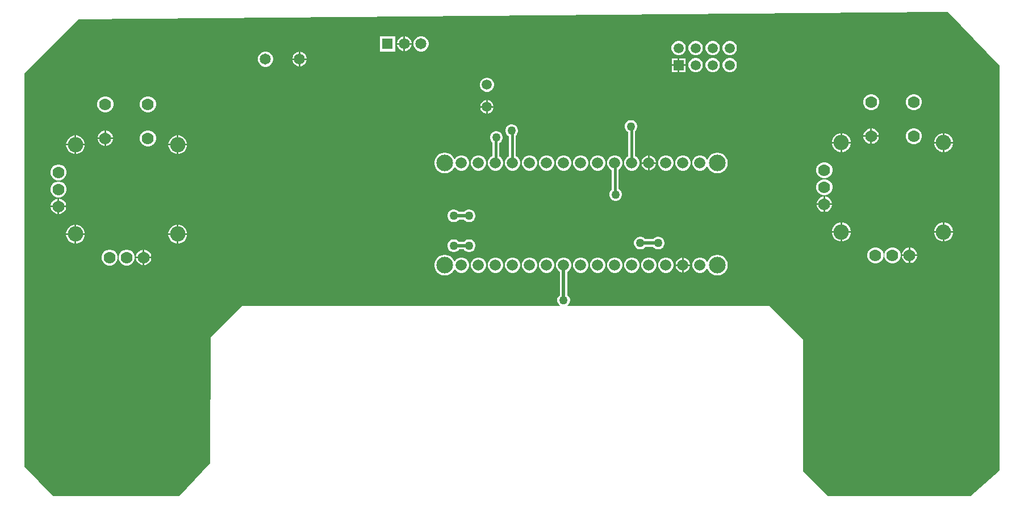
<source format=gbl>
G04*
G04 #@! TF.GenerationSoftware,Altium Limited,Altium Designer,24.0.1 (36)*
G04*
G04 Layer_Physical_Order=2*
G04 Layer_Color=16711680*
%FSLAX44Y44*%
%MOMM*%
G71*
G04*
G04 #@! TF.SameCoordinates,87269C32-D71D-4AF1-8112-4F1BC4A23861*
G04*
G04*
G04 #@! TF.FilePolarity,Positive*
G04*
G01*
G75*
%ADD25C,0.5080*%
%ADD26C,0.3810*%
%ADD27C,1.6500*%
%ADD28R,1.6500X1.6500*%
%ADD29C,1.7780*%
%ADD30C,2.2860*%
%ADD31C,1.5000*%
%ADD32R,1.5000X1.5000*%
%ADD33C,1.6650*%
%ADD34C,2.4750*%
%ADD35C,1.2700*%
G36*
X1494790Y641350D02*
Y38181D01*
X1451021Y0D01*
X1238250Y-0D01*
X1201420Y36830D01*
Y233680D01*
X1151890Y283210D01*
X850488D01*
X850148Y284480D01*
X850321Y284580D01*
X852070Y286329D01*
X853307Y288472D01*
X853948Y290863D01*
Y293337D01*
X853307Y295728D01*
X852070Y297871D01*
X850321Y299620D01*
X850247Y299662D01*
Y334327D01*
X851533Y335069D01*
X853651Y337187D01*
X855148Y339780D01*
X855923Y342673D01*
Y345667D01*
X855148Y348560D01*
X853651Y351153D01*
X851533Y353271D01*
X848940Y354768D01*
X846047Y355543D01*
X843053D01*
X840160Y354768D01*
X837567Y353271D01*
X835449Y351153D01*
X833952Y348560D01*
X833177Y345667D01*
Y342673D01*
X833952Y339780D01*
X835449Y337187D01*
X837567Y335069D01*
X838852Y334327D01*
Y299662D01*
X838780Y299620D01*
X837030Y297871D01*
X835792Y295728D01*
X835152Y293337D01*
Y290863D01*
X835792Y288472D01*
X837030Y286329D01*
X838780Y284580D01*
X838952Y284480D01*
X838612Y283210D01*
X364881D01*
X318810Y237140D01*
X317765Y48994D01*
X272198Y0D01*
X83104D01*
X40640Y43581D01*
X40640Y630081D01*
X121376Y710817D01*
X1405867Y721646D01*
X1417034D01*
X1494790Y641350D01*
D02*
G37*
%LPC*%
G36*
X608480Y685160D02*
X608330D01*
Y675640D01*
X617850D01*
Y675790D01*
X617115Y678535D01*
X615694Y680995D01*
X613685Y683004D01*
X611225Y684425D01*
X608480Y685160D01*
D02*
G37*
G36*
X605790D02*
X605639D01*
X602895Y684425D01*
X600435Y683004D01*
X598426Y680995D01*
X597005Y678535D01*
X596270Y675790D01*
Y675640D01*
X605790D01*
Y685160D01*
D02*
G37*
G36*
X617850Y673100D02*
X608330D01*
Y663580D01*
X608480D01*
X611225Y664315D01*
X613685Y665736D01*
X615694Y667745D01*
X617115Y670205D01*
X617850Y672950D01*
Y673100D01*
D02*
G37*
G36*
X605790D02*
X596270D01*
Y672950D01*
X597005Y670205D01*
X598426Y667745D01*
X600435Y665736D01*
X602895Y664315D01*
X605639Y663580D01*
X605790D01*
Y673100D01*
D02*
G37*
G36*
X633547Y685668D02*
X630573D01*
X627699Y684898D01*
X625123Y683411D01*
X623019Y681307D01*
X621532Y678731D01*
X620762Y675857D01*
Y672883D01*
X621532Y670009D01*
X623019Y667433D01*
X625123Y665329D01*
X627699Y663842D01*
X630573Y663072D01*
X633547D01*
X636421Y663842D01*
X638997Y665329D01*
X641101Y667433D01*
X642588Y670009D01*
X643358Y672883D01*
Y675857D01*
X642588Y678731D01*
X641101Y681307D01*
X638997Y683411D01*
X636421Y684898D01*
X633547Y685668D01*
D02*
G37*
G36*
X593358D02*
X570762D01*
Y663072D01*
X593358D01*
Y685668D01*
D02*
G37*
G36*
X1093589Y678568D02*
X1090811D01*
X1088129Y677849D01*
X1085723Y676460D01*
X1083760Y674497D01*
X1082371Y672091D01*
X1081652Y669409D01*
Y666631D01*
X1082371Y663949D01*
X1083760Y661543D01*
X1085723Y659579D01*
X1088129Y658191D01*
X1090811Y657472D01*
X1093589D01*
X1096271Y658191D01*
X1098677Y659579D01*
X1100640Y661543D01*
X1102029Y663949D01*
X1102748Y666631D01*
Y669409D01*
X1102029Y672091D01*
X1100640Y674497D01*
X1098677Y676460D01*
X1096271Y677849D01*
X1093589Y678568D01*
D02*
G37*
G36*
X1068189D02*
X1065411D01*
X1062729Y677849D01*
X1060323Y676460D01*
X1058360Y674497D01*
X1056971Y672091D01*
X1056252Y669409D01*
Y666631D01*
X1056971Y663949D01*
X1058360Y661543D01*
X1060323Y659579D01*
X1062729Y658191D01*
X1065411Y657472D01*
X1068189D01*
X1070871Y658191D01*
X1073277Y659579D01*
X1075240Y661543D01*
X1076629Y663949D01*
X1077348Y666631D01*
Y669409D01*
X1076629Y672091D01*
X1075240Y674497D01*
X1073277Y676460D01*
X1070871Y677849D01*
X1068189Y678568D01*
D02*
G37*
G36*
X1042789D02*
X1040011D01*
X1037329Y677849D01*
X1034923Y676460D01*
X1032960Y674497D01*
X1031571Y672091D01*
X1030852Y669409D01*
Y666631D01*
X1031571Y663949D01*
X1032960Y661543D01*
X1034923Y659579D01*
X1037329Y658191D01*
X1040011Y657472D01*
X1042789D01*
X1045471Y658191D01*
X1047877Y659579D01*
X1049840Y661543D01*
X1051229Y663949D01*
X1051948Y666631D01*
Y669409D01*
X1051229Y672091D01*
X1049840Y674497D01*
X1047877Y676460D01*
X1045471Y677849D01*
X1042789Y678568D01*
D02*
G37*
G36*
X1017389D02*
X1014611D01*
X1011929Y677849D01*
X1009523Y676460D01*
X1007560Y674497D01*
X1006171Y672091D01*
X1005452Y669409D01*
Y666631D01*
X1006171Y663949D01*
X1007560Y661543D01*
X1009523Y659579D01*
X1011929Y658191D01*
X1014611Y657472D01*
X1017389D01*
X1020071Y658191D01*
X1022477Y659579D01*
X1024441Y661543D01*
X1025829Y663949D01*
X1026548Y666631D01*
Y669409D01*
X1025829Y672091D01*
X1024441Y674497D01*
X1022477Y676460D01*
X1020071Y677849D01*
X1017389Y678568D01*
D02*
G37*
G36*
X452271Y662300D02*
X452120D01*
Y652780D01*
X461640D01*
Y652931D01*
X460905Y655675D01*
X459484Y658135D01*
X457475Y660144D01*
X455015Y661565D01*
X452271Y662300D01*
D02*
G37*
G36*
X449580D02*
X449430D01*
X446685Y661565D01*
X444225Y660144D01*
X442216Y658135D01*
X440795Y655675D01*
X440060Y652931D01*
Y652780D01*
X449580D01*
Y662300D01*
D02*
G37*
G36*
X1026040Y652660D02*
X1017270D01*
Y643890D01*
X1026040D01*
Y652660D01*
D02*
G37*
G36*
X1014730D02*
X1005960D01*
Y643890D01*
X1014730D01*
Y652660D01*
D02*
G37*
G36*
X461640Y650240D02*
X452120D01*
Y640720D01*
X452271D01*
X455015Y641455D01*
X457475Y642876D01*
X459484Y644885D01*
X460905Y647345D01*
X461640Y650089D01*
Y650240D01*
D02*
G37*
G36*
X449580D02*
X440060D01*
Y650089D01*
X440795Y647345D01*
X442216Y644885D01*
X444225Y642876D01*
X446685Y641455D01*
X449430Y640720D01*
X449580D01*
Y650240D01*
D02*
G37*
G36*
X401537Y662808D02*
X398563D01*
X395689Y662038D01*
X393113Y660551D01*
X391009Y658447D01*
X389522Y655871D01*
X388752Y652997D01*
Y650023D01*
X389522Y647149D01*
X391009Y644573D01*
X393113Y642469D01*
X395689Y640982D01*
X398563Y640212D01*
X401537D01*
X404411Y640982D01*
X406987Y642469D01*
X409091Y644573D01*
X410578Y647149D01*
X411348Y650023D01*
Y652997D01*
X410578Y655871D01*
X409091Y658447D01*
X406987Y660551D01*
X404411Y662038D01*
X401537Y662808D01*
D02*
G37*
G36*
X1026040Y641350D02*
X1017270D01*
Y632580D01*
X1026040D01*
Y641350D01*
D02*
G37*
G36*
X1014730D02*
X1005960D01*
Y632580D01*
X1014730D01*
Y641350D01*
D02*
G37*
G36*
X1093589Y653168D02*
X1090811D01*
X1088129Y652449D01*
X1085723Y651060D01*
X1083760Y649097D01*
X1082371Y646691D01*
X1081652Y644009D01*
Y641231D01*
X1082371Y638549D01*
X1083760Y636143D01*
X1085723Y634179D01*
X1088129Y632791D01*
X1090811Y632072D01*
X1093589D01*
X1096271Y632791D01*
X1098677Y634179D01*
X1100640Y636143D01*
X1102029Y638549D01*
X1102748Y641231D01*
Y644009D01*
X1102029Y646691D01*
X1100640Y649097D01*
X1098677Y651060D01*
X1096271Y652449D01*
X1093589Y653168D01*
D02*
G37*
G36*
X1068189D02*
X1065411D01*
X1062729Y652449D01*
X1060323Y651060D01*
X1058360Y649097D01*
X1056971Y646691D01*
X1056252Y644009D01*
Y641231D01*
X1056971Y638549D01*
X1058360Y636143D01*
X1060323Y634179D01*
X1062729Y632791D01*
X1065411Y632072D01*
X1068189D01*
X1070871Y632791D01*
X1073277Y634179D01*
X1075240Y636143D01*
X1076629Y638549D01*
X1077348Y641231D01*
Y644009D01*
X1076629Y646691D01*
X1075240Y649097D01*
X1073277Y651060D01*
X1070871Y652449D01*
X1068189Y653168D01*
D02*
G37*
G36*
X1042789D02*
X1040011D01*
X1037329Y652449D01*
X1034923Y651060D01*
X1032960Y649097D01*
X1031571Y646691D01*
X1030852Y644009D01*
Y641231D01*
X1031571Y638549D01*
X1032960Y636143D01*
X1034923Y634179D01*
X1037329Y632791D01*
X1040011Y632072D01*
X1042789D01*
X1045471Y632791D01*
X1047877Y634179D01*
X1049840Y636143D01*
X1051229Y638549D01*
X1051948Y641231D01*
Y644009D01*
X1051229Y646691D01*
X1049840Y649097D01*
X1047877Y651060D01*
X1045471Y652449D01*
X1042789Y653168D01*
D02*
G37*
G36*
X731639Y623958D02*
X728861D01*
X726179Y623239D01*
X723773Y621851D01*
X721809Y619887D01*
X720421Y617481D01*
X719702Y614799D01*
Y612021D01*
X720421Y609339D01*
X721809Y606933D01*
X723773Y604969D01*
X726179Y603581D01*
X728861Y602862D01*
X731639D01*
X734321Y603581D01*
X736727Y604969D01*
X738690Y606933D01*
X740079Y609339D01*
X740798Y612021D01*
Y614799D01*
X740079Y617481D01*
X738690Y619887D01*
X736727Y621851D01*
X734321Y623239D01*
X731639Y623958D01*
D02*
G37*
G36*
X731572Y590430D02*
X731520D01*
Y581660D01*
X740290D01*
Y581712D01*
X739606Y584265D01*
X738284Y586555D01*
X736415Y588424D01*
X734125Y589746D01*
X731572Y590430D01*
D02*
G37*
G36*
X728980D02*
X728928D01*
X726375Y589746D01*
X724085Y588424D01*
X722216Y586555D01*
X720894Y584265D01*
X720210Y581712D01*
Y581660D01*
X728980D01*
Y590430D01*
D02*
G37*
G36*
X1368092Y599313D02*
X1364948D01*
X1361912Y598499D01*
X1359190Y596928D01*
X1356967Y594705D01*
X1355396Y591983D01*
X1354582Y588947D01*
Y585803D01*
X1355396Y582767D01*
X1356967Y580045D01*
X1359190Y577822D01*
X1361912Y576250D01*
X1364948Y575437D01*
X1368092D01*
X1371128Y576250D01*
X1373850Y577822D01*
X1376073Y580045D01*
X1377645Y582767D01*
X1378458Y585803D01*
Y588947D01*
X1377645Y591983D01*
X1376073Y594705D01*
X1373850Y596928D01*
X1371128Y598499D01*
X1368092Y599313D01*
D02*
G37*
G36*
X1304592D02*
X1301448D01*
X1298412Y598499D01*
X1295690Y596928D01*
X1293467Y594705D01*
X1291895Y591983D01*
X1291082Y588947D01*
Y585803D01*
X1291895Y582767D01*
X1293467Y580045D01*
X1295690Y577822D01*
X1298412Y576250D01*
X1301448Y575437D01*
X1304592D01*
X1307628Y576250D01*
X1310350Y577822D01*
X1312573Y580045D01*
X1314144Y582767D01*
X1314958Y585803D01*
Y588947D01*
X1314144Y591983D01*
X1312573Y594705D01*
X1310350Y596928D01*
X1307628Y598499D01*
X1304592Y599313D01*
D02*
G37*
G36*
X226362Y596138D02*
X223218D01*
X220182Y595325D01*
X217460Y593753D01*
X215237Y591530D01*
X213666Y588808D01*
X212852Y585772D01*
Y582628D01*
X213666Y579592D01*
X215237Y576870D01*
X217460Y574647D01*
X220182Y573075D01*
X223218Y572262D01*
X226362D01*
X229398Y573075D01*
X232120Y574647D01*
X234343Y576870D01*
X235914Y579592D01*
X236728Y582628D01*
Y585772D01*
X235914Y588808D01*
X234343Y591530D01*
X232120Y593753D01*
X229398Y595325D01*
X226362Y596138D01*
D02*
G37*
G36*
X162862D02*
X159718D01*
X156682Y595325D01*
X153960Y593753D01*
X151737Y591530D01*
X150166Y588808D01*
X149352Y585772D01*
Y582628D01*
X150166Y579592D01*
X151737Y576870D01*
X153960Y574647D01*
X156682Y573075D01*
X159718Y572262D01*
X162862D01*
X165898Y573075D01*
X168620Y574647D01*
X170843Y576870D01*
X172414Y579592D01*
X173228Y582628D01*
Y585772D01*
X172414Y588808D01*
X170843Y591530D01*
X168620Y593753D01*
X165898Y595325D01*
X162862Y596138D01*
D02*
G37*
G36*
X740290Y579120D02*
X731520D01*
Y570350D01*
X731572D01*
X734125Y571034D01*
X736415Y572356D01*
X738284Y574225D01*
X739606Y576515D01*
X740290Y579068D01*
Y579120D01*
D02*
G37*
G36*
X728980D02*
X720210D01*
Y579068D01*
X720894Y576515D01*
X722216Y574225D01*
X724085Y572356D01*
X726375Y571034D01*
X728928Y570350D01*
X728980D01*
Y579120D01*
D02*
G37*
G36*
X1304525Y548005D02*
X1304290D01*
Y537845D01*
X1314450D01*
Y538080D01*
X1313671Y540987D01*
X1312166Y543593D01*
X1310038Y545721D01*
X1307432Y547226D01*
X1304525Y548005D01*
D02*
G37*
G36*
X1301750D02*
X1301515D01*
X1298608Y547226D01*
X1296002Y545721D01*
X1293874Y543593D01*
X1292369Y540987D01*
X1291590Y538080D01*
Y537845D01*
X1301750D01*
Y548005D01*
D02*
G37*
G36*
X162795Y544830D02*
X162560D01*
Y534670D01*
X172720D01*
Y534905D01*
X171941Y537812D01*
X170436Y540418D01*
X168308Y542546D01*
X165702Y544051D01*
X162795Y544830D01*
D02*
G37*
G36*
X160020D02*
X159785D01*
X156878Y544051D01*
X154272Y542546D01*
X152144Y540418D01*
X150639Y537812D01*
X149860Y534905D01*
Y534670D01*
X160020D01*
Y544830D01*
D02*
G37*
G36*
X1412809Y541020D02*
X1412240D01*
Y528320D01*
X1424940D01*
Y528889D01*
X1423988Y532442D01*
X1422149Y535628D01*
X1419548Y538229D01*
X1416362Y540068D01*
X1412809Y541020D01*
D02*
G37*
G36*
X1409700D02*
X1409131D01*
X1405578Y540068D01*
X1402392Y538229D01*
X1399791Y535628D01*
X1397952Y532442D01*
X1397000Y528889D01*
Y528320D01*
X1409700D01*
Y541020D01*
D02*
G37*
G36*
X1260409D02*
X1259840D01*
Y528320D01*
X1272540D01*
Y528889D01*
X1271588Y532442D01*
X1269749Y535628D01*
X1267148Y538229D01*
X1263962Y540068D01*
X1260409Y541020D01*
D02*
G37*
G36*
X1257300D02*
X1256731D01*
X1253178Y540068D01*
X1249992Y538229D01*
X1247391Y535628D01*
X1245552Y532442D01*
X1244600Y528889D01*
Y528320D01*
X1257300D01*
Y541020D01*
D02*
G37*
G36*
X1314450Y535305D02*
X1304290D01*
Y525145D01*
X1304525D01*
X1307432Y525924D01*
X1310038Y527429D01*
X1312166Y529557D01*
X1313671Y532163D01*
X1314450Y535070D01*
Y535305D01*
D02*
G37*
G36*
X1301750D02*
X1291590D01*
Y535070D01*
X1292369Y532163D01*
X1293874Y529557D01*
X1296002Y527429D01*
X1298608Y525924D01*
X1301515Y525145D01*
X1301750D01*
Y535305D01*
D02*
G37*
G36*
X271079Y537845D02*
X270510D01*
Y525145D01*
X283210D01*
Y525714D01*
X282258Y529267D01*
X280419Y532453D01*
X277818Y535054D01*
X274632Y536893D01*
X271079Y537845D01*
D02*
G37*
G36*
X267970D02*
X267401D01*
X263848Y536893D01*
X260662Y535054D01*
X258061Y532453D01*
X256222Y529267D01*
X255270Y525714D01*
Y525145D01*
X267970D01*
Y537845D01*
D02*
G37*
G36*
X118679D02*
X118110D01*
Y525145D01*
X130810D01*
Y525714D01*
X129858Y529267D01*
X128019Y532453D01*
X125418Y535054D01*
X122232Y536893D01*
X118679Y537845D01*
D02*
G37*
G36*
X115570D02*
X115001D01*
X111448Y536893D01*
X108262Y535054D01*
X105661Y532453D01*
X103822Y529267D01*
X102870Y525714D01*
Y525145D01*
X115570D01*
Y537845D01*
D02*
G37*
G36*
X1368092Y548513D02*
X1364948D01*
X1361912Y547700D01*
X1359190Y546128D01*
X1356967Y543905D01*
X1355396Y541183D01*
X1354582Y538147D01*
Y535003D01*
X1355396Y531967D01*
X1356967Y529245D01*
X1359190Y527022D01*
X1361912Y525451D01*
X1364948Y524637D01*
X1368092D01*
X1371128Y525451D01*
X1373850Y527022D01*
X1376073Y529245D01*
X1377645Y531967D01*
X1378458Y535003D01*
Y538147D01*
X1377645Y541183D01*
X1376073Y543905D01*
X1373850Y546128D01*
X1371128Y547700D01*
X1368092Y548513D01*
D02*
G37*
G36*
X172720Y532130D02*
X162560D01*
Y521970D01*
X162795D01*
X165702Y522749D01*
X168308Y524254D01*
X170436Y526382D01*
X171941Y528988D01*
X172720Y531895D01*
Y532130D01*
D02*
G37*
G36*
X160020D02*
X149860D01*
Y531895D01*
X150639Y528988D01*
X152144Y526382D01*
X154272Y524254D01*
X156878Y522749D01*
X159785Y521970D01*
X160020D01*
Y532130D01*
D02*
G37*
G36*
X226362Y545338D02*
X223218D01*
X220182Y544524D01*
X217460Y542953D01*
X215237Y540730D01*
X213666Y538008D01*
X212852Y534972D01*
Y531828D01*
X213666Y528792D01*
X215237Y526070D01*
X217460Y523847D01*
X220182Y522276D01*
X223218Y521462D01*
X226362D01*
X229398Y522276D01*
X232120Y523847D01*
X234343Y526070D01*
X235914Y528792D01*
X236728Y531828D01*
Y534972D01*
X235914Y538008D01*
X234343Y540730D01*
X232120Y542953D01*
X229398Y544524D01*
X226362Y545338D01*
D02*
G37*
G36*
X1424940Y525780D02*
X1412240D01*
Y513080D01*
X1412809D01*
X1416362Y514032D01*
X1419548Y515871D01*
X1422149Y518472D01*
X1423988Y521658D01*
X1424940Y525211D01*
Y525780D01*
D02*
G37*
G36*
X1409700D02*
X1397000D01*
Y525211D01*
X1397952Y521658D01*
X1399791Y518472D01*
X1402392Y515871D01*
X1405578Y514032D01*
X1409131Y513080D01*
X1409700D01*
Y525780D01*
D02*
G37*
G36*
X1272540D02*
X1259840D01*
Y513080D01*
X1260409D01*
X1263962Y514032D01*
X1267148Y515871D01*
X1269749Y518472D01*
X1271588Y521658D01*
X1272540Y525211D01*
Y525780D01*
D02*
G37*
G36*
X1257300D02*
X1244600D01*
Y525211D01*
X1245552Y521658D01*
X1247391Y518472D01*
X1249992Y515871D01*
X1253178Y514032D01*
X1256731Y513080D01*
X1257300D01*
Y525780D01*
D02*
G37*
G36*
X283210Y522605D02*
X270510D01*
Y509905D01*
X271079D01*
X274632Y510857D01*
X277818Y512696D01*
X280419Y515297D01*
X282258Y518483D01*
X283210Y522036D01*
Y522605D01*
D02*
G37*
G36*
X267970D02*
X255270D01*
Y522036D01*
X256222Y518483D01*
X258061Y515297D01*
X260662Y512696D01*
X263848Y510857D01*
X267401Y509905D01*
X267970D01*
Y522605D01*
D02*
G37*
G36*
X130810D02*
X118110D01*
Y509905D01*
X118679D01*
X122232Y510857D01*
X125418Y512696D01*
X128019Y515297D01*
X129858Y518483D01*
X130810Y522036D01*
Y522605D01*
D02*
G37*
G36*
X115570D02*
X102870D01*
Y522036D01*
X103822Y518483D01*
X105661Y515297D01*
X108262Y512696D01*
X111448Y510857D01*
X115001Y509905D01*
X115570D01*
Y522605D01*
D02*
G37*
G36*
X1075169Y511993D02*
X1072131D01*
X1069151Y511400D01*
X1066345Y510238D01*
X1063818Y508550D01*
X1061670Y506402D01*
X1059982Y503876D01*
X1059209Y502009D01*
X1057796Y501916D01*
X1056851Y503553D01*
X1054733Y505671D01*
X1052140Y507168D01*
X1049247Y507943D01*
X1046253D01*
X1043360Y507168D01*
X1040767Y505671D01*
X1038649Y503553D01*
X1037152Y500960D01*
X1036377Y498067D01*
Y495073D01*
X1037152Y492180D01*
X1038649Y489587D01*
X1040767Y487469D01*
X1043360Y485972D01*
X1046253Y485197D01*
X1049247D01*
X1052140Y485972D01*
X1054733Y487469D01*
X1056851Y489587D01*
X1057796Y491224D01*
X1059209Y491132D01*
X1059982Y489264D01*
X1061670Y486738D01*
X1063818Y484590D01*
X1066345Y482902D01*
X1069151Y481740D01*
X1072131Y481147D01*
X1075169D01*
X1078149Y481740D01*
X1080956Y482902D01*
X1083482Y484590D01*
X1085630Y486738D01*
X1087318Y489264D01*
X1088480Y492071D01*
X1089073Y495051D01*
Y498089D01*
X1088480Y501069D01*
X1087318Y503876D01*
X1085630Y506402D01*
X1083482Y508550D01*
X1080956Y510238D01*
X1078149Y511400D01*
X1075169Y511993D01*
D02*
G37*
G36*
X972980Y507435D02*
X972820D01*
Y497840D01*
X982415D01*
Y498000D01*
X981675Y500764D01*
X980244Y503241D01*
X978221Y505264D01*
X975744Y506695D01*
X972980Y507435D01*
D02*
G37*
G36*
X970280D02*
X970120D01*
X967356Y506695D01*
X964879Y505264D01*
X962856Y503241D01*
X961425Y500764D01*
X960685Y498000D01*
Y497840D01*
X970280D01*
Y507435D01*
D02*
G37*
G36*
X982415Y495300D02*
X972820D01*
Y485705D01*
X972980D01*
X975744Y486445D01*
X978221Y487876D01*
X980244Y489899D01*
X981675Y492376D01*
X982415Y495140D01*
Y495300D01*
D02*
G37*
G36*
X970280D02*
X960685D01*
Y495140D01*
X961425Y492376D01*
X962856Y489899D01*
X964879Y487876D01*
X967356Y486445D01*
X970120Y485705D01*
X970280D01*
Y495300D01*
D02*
G37*
G36*
X1023847Y507943D02*
X1020853D01*
X1017960Y507168D01*
X1015367Y505671D01*
X1013249Y503553D01*
X1011752Y500960D01*
X1010977Y498067D01*
Y495073D01*
X1011752Y492180D01*
X1013249Y489587D01*
X1015367Y487469D01*
X1017960Y485972D01*
X1020853Y485197D01*
X1023847D01*
X1026740Y485972D01*
X1029333Y487469D01*
X1031451Y489587D01*
X1032948Y492180D01*
X1033723Y495073D01*
Y498067D01*
X1032948Y500960D01*
X1031451Y503553D01*
X1029333Y505671D01*
X1026740Y507168D01*
X1023847Y507943D01*
D02*
G37*
G36*
X998447D02*
X995453D01*
X992560Y507168D01*
X989967Y505671D01*
X987849Y503553D01*
X986352Y500960D01*
X985577Y498067D01*
Y495073D01*
X986352Y492180D01*
X987849Y489587D01*
X989967Y487469D01*
X992560Y485972D01*
X995453Y485197D01*
X998447D01*
X1001340Y485972D01*
X1003933Y487469D01*
X1006051Y489587D01*
X1007548Y492180D01*
X1008323Y495073D01*
Y498067D01*
X1007548Y500960D01*
X1006051Y503553D01*
X1003933Y505671D01*
X1001340Y507168D01*
X998447Y507943D01*
D02*
G37*
G36*
X946117Y560578D02*
X943643D01*
X941253Y559938D01*
X939109Y558700D01*
X937360Y556950D01*
X936123Y554808D01*
X935482Y552417D01*
Y549943D01*
X936123Y547552D01*
X937360Y545410D01*
X939109Y543660D01*
X940465Y542877D01*
Y506420D01*
X939167Y505671D01*
X937049Y503553D01*
X935552Y500960D01*
X934777Y498067D01*
Y495073D01*
X935552Y492180D01*
X937049Y489587D01*
X939167Y487469D01*
X941760Y485972D01*
X944653Y485197D01*
X947647D01*
X950540Y485972D01*
X953133Y487469D01*
X955251Y489587D01*
X956748Y492180D01*
X957523Y495073D01*
Y498067D01*
X956748Y500960D01*
X955251Y503553D01*
X953133Y505671D01*
X950565Y507153D01*
Y543610D01*
X950650Y543660D01*
X952400Y545410D01*
X953637Y547552D01*
X954278Y549943D01*
Y552417D01*
X953637Y554808D01*
X952400Y556950D01*
X950650Y558700D01*
X948508Y559938D01*
X946117Y560578D01*
D02*
G37*
G36*
X896847Y507943D02*
X893853D01*
X890960Y507168D01*
X888367Y505671D01*
X886249Y503553D01*
X884752Y500960D01*
X883977Y498067D01*
Y495073D01*
X884752Y492180D01*
X886249Y489587D01*
X888367Y487469D01*
X890960Y485972D01*
X893853Y485197D01*
X896847D01*
X899740Y485972D01*
X902333Y487469D01*
X904451Y489587D01*
X905948Y492180D01*
X906723Y495073D01*
Y498067D01*
X905948Y500960D01*
X904451Y503553D01*
X902333Y505671D01*
X899740Y507168D01*
X896847Y507943D01*
D02*
G37*
G36*
X871447D02*
X868453D01*
X865560Y507168D01*
X862967Y505671D01*
X860849Y503553D01*
X859352Y500960D01*
X858577Y498067D01*
Y495073D01*
X859352Y492180D01*
X860849Y489587D01*
X862967Y487469D01*
X865560Y485972D01*
X868453Y485197D01*
X871447D01*
X874340Y485972D01*
X876933Y487469D01*
X879051Y489587D01*
X880548Y492180D01*
X881323Y495073D01*
Y498067D01*
X880548Y500960D01*
X879051Y503553D01*
X876933Y505671D01*
X874340Y507168D01*
X871447Y507943D01*
D02*
G37*
G36*
X846047D02*
X843053D01*
X840160Y507168D01*
X837567Y505671D01*
X835449Y503553D01*
X833952Y500960D01*
X833177Y498067D01*
Y495073D01*
X833952Y492180D01*
X835449Y489587D01*
X837567Y487469D01*
X840160Y485972D01*
X843053Y485197D01*
X846047D01*
X848940Y485972D01*
X851533Y487469D01*
X853651Y489587D01*
X855148Y492180D01*
X855923Y495073D01*
Y498067D01*
X855148Y500960D01*
X853651Y503553D01*
X851533Y505671D01*
X848940Y507168D01*
X846047Y507943D01*
D02*
G37*
G36*
X820647D02*
X817653D01*
X814760Y507168D01*
X812167Y505671D01*
X810049Y503553D01*
X808552Y500960D01*
X807777Y498067D01*
Y495073D01*
X808552Y492180D01*
X810049Y489587D01*
X812167Y487469D01*
X814760Y485972D01*
X817653Y485197D01*
X820647D01*
X823540Y485972D01*
X826133Y487469D01*
X828251Y489587D01*
X829748Y492180D01*
X830523Y495073D01*
Y498067D01*
X829748Y500960D01*
X828251Y503553D01*
X826133Y505671D01*
X823540Y507168D01*
X820647Y507943D01*
D02*
G37*
G36*
X795247D02*
X792253D01*
X789360Y507168D01*
X786767Y505671D01*
X784649Y503553D01*
X783152Y500960D01*
X782377Y498067D01*
Y495073D01*
X783152Y492180D01*
X784649Y489587D01*
X786767Y487469D01*
X789360Y485972D01*
X792253Y485197D01*
X795247D01*
X798140Y485972D01*
X800733Y487469D01*
X802851Y489587D01*
X804348Y492180D01*
X805123Y495073D01*
Y498067D01*
X804348Y500960D01*
X802851Y503553D01*
X800733Y505671D01*
X798140Y507168D01*
X795247Y507943D01*
D02*
G37*
G36*
X768317Y554228D02*
X765843D01*
X763453Y553587D01*
X761310Y552350D01*
X759560Y550601D01*
X758323Y548457D01*
X757682Y546067D01*
Y543593D01*
X758323Y541203D01*
X759560Y539059D01*
X761310Y537310D01*
X762665Y536527D01*
Y506420D01*
X761367Y505671D01*
X759249Y503553D01*
X757752Y500960D01*
X756977Y498067D01*
Y495073D01*
X757752Y492180D01*
X759249Y489587D01*
X761367Y487469D01*
X763960Y485972D01*
X766853Y485197D01*
X769847D01*
X772740Y485972D01*
X775333Y487469D01*
X777451Y489587D01*
X778948Y492180D01*
X779723Y495073D01*
Y498067D01*
X778948Y500960D01*
X777451Y503553D01*
X775333Y505671D01*
X772765Y507153D01*
Y537260D01*
X772850Y537310D01*
X774600Y539059D01*
X775837Y541203D01*
X776478Y543593D01*
Y546067D01*
X775837Y548457D01*
X774600Y550601D01*
X772850Y552350D01*
X770707Y553587D01*
X768317Y554228D01*
D02*
G37*
G36*
X745457Y544068D02*
X742983D01*
X740592Y543428D01*
X738449Y542190D01*
X736700Y540440D01*
X735462Y538298D01*
X734822Y535907D01*
Y533433D01*
X735462Y531043D01*
X736700Y528899D01*
X738449Y527150D01*
X738535Y527100D01*
Y507153D01*
X735967Y505671D01*
X733849Y503553D01*
X732352Y500960D01*
X731577Y498067D01*
Y495073D01*
X732352Y492180D01*
X733849Y489587D01*
X735967Y487469D01*
X738560Y485972D01*
X741453Y485197D01*
X744447D01*
X747340Y485972D01*
X749933Y487469D01*
X752051Y489587D01*
X753548Y492180D01*
X754323Y495073D01*
Y498067D01*
X753548Y500960D01*
X752051Y503553D01*
X749933Y505671D01*
X748635Y506420D01*
Y526367D01*
X749990Y527150D01*
X751740Y528899D01*
X752978Y531043D01*
X753618Y533433D01*
Y535907D01*
X752978Y538298D01*
X751740Y540440D01*
X749990Y542190D01*
X747848Y543428D01*
X745457Y544068D01*
D02*
G37*
G36*
X719047Y507943D02*
X716053D01*
X713160Y507168D01*
X710567Y505671D01*
X708449Y503553D01*
X706952Y500960D01*
X706177Y498067D01*
Y495073D01*
X706952Y492180D01*
X708449Y489587D01*
X710567Y487469D01*
X713160Y485972D01*
X716053Y485197D01*
X719047D01*
X721940Y485972D01*
X724533Y487469D01*
X726651Y489587D01*
X728148Y492180D01*
X728923Y495073D01*
Y498067D01*
X728148Y500960D01*
X726651Y503553D01*
X724533Y505671D01*
X721940Y507168D01*
X719047Y507943D01*
D02*
G37*
G36*
X668769Y511993D02*
X665731D01*
X662751Y511400D01*
X659945Y510238D01*
X657418Y508550D01*
X655270Y506402D01*
X653582Y503876D01*
X652420Y501069D01*
X651827Y498089D01*
Y495051D01*
X652420Y492071D01*
X653582Y489264D01*
X655270Y486738D01*
X657418Y484590D01*
X659945Y482902D01*
X662751Y481740D01*
X665731Y481147D01*
X668769D01*
X671749Y481740D01*
X674556Y482902D01*
X677082Y484590D01*
X679230Y486738D01*
X680918Y489264D01*
X681337Y490275D01*
X682604Y490359D01*
X683049Y489587D01*
X685167Y487469D01*
X687760Y485972D01*
X690653Y485197D01*
X693647D01*
X696540Y485972D01*
X699133Y487469D01*
X701251Y489587D01*
X702748Y492180D01*
X703523Y495073D01*
Y498067D01*
X702748Y500960D01*
X701251Y503553D01*
X699133Y505671D01*
X696540Y507168D01*
X693647Y507943D01*
X690653D01*
X687760Y507168D01*
X685167Y505671D01*
X683049Y503553D01*
X682604Y502781D01*
X681337Y502864D01*
X680918Y503876D01*
X679230Y506402D01*
X677082Y508550D01*
X674556Y510238D01*
X671749Y511400D01*
X668769Y511993D01*
D02*
G37*
G36*
X1234742Y497713D02*
X1231598D01*
X1228562Y496899D01*
X1225840Y495328D01*
X1223617Y493105D01*
X1222046Y490383D01*
X1221232Y487347D01*
Y484203D01*
X1222046Y481167D01*
X1223617Y478445D01*
X1225840Y476222D01*
X1228562Y474650D01*
X1231598Y473837D01*
X1234742D01*
X1237778Y474650D01*
X1240500Y476222D01*
X1242723Y478445D01*
X1244295Y481167D01*
X1245108Y484203D01*
Y487347D01*
X1244295Y490383D01*
X1242723Y493105D01*
X1240500Y495328D01*
X1237778Y496899D01*
X1234742Y497713D01*
D02*
G37*
G36*
X93012Y494538D02*
X89868D01*
X86832Y493725D01*
X84110Y492153D01*
X81887Y489930D01*
X80316Y487208D01*
X79502Y484172D01*
Y481028D01*
X80316Y477992D01*
X81887Y475270D01*
X84110Y473047D01*
X86832Y471475D01*
X89868Y470662D01*
X93012D01*
X96048Y471475D01*
X98770Y473047D01*
X100993Y475270D01*
X102564Y477992D01*
X103378Y481028D01*
Y484172D01*
X102564Y487208D01*
X100993Y489930D01*
X98770Y492153D01*
X96048Y493725D01*
X93012Y494538D01*
D02*
G37*
G36*
X1234742Y472313D02*
X1231598D01*
X1228562Y471499D01*
X1225840Y469928D01*
X1223617Y467705D01*
X1222046Y464983D01*
X1221232Y461947D01*
Y458803D01*
X1222046Y455767D01*
X1223617Y453045D01*
X1225840Y450822D01*
X1228562Y449250D01*
X1231598Y448437D01*
X1234742D01*
X1237778Y449250D01*
X1240500Y450822D01*
X1242723Y453045D01*
X1244295Y455767D01*
X1245108Y458803D01*
Y461947D01*
X1244295Y464983D01*
X1242723Y467705D01*
X1240500Y469928D01*
X1237778Y471499D01*
X1234742Y472313D01*
D02*
G37*
G36*
X93012Y469138D02*
X89868D01*
X86832Y468325D01*
X84110Y466753D01*
X81887Y464530D01*
X80316Y461808D01*
X79502Y458772D01*
Y455628D01*
X80316Y452592D01*
X81887Y449870D01*
X84110Y447647D01*
X86832Y446076D01*
X89868Y445262D01*
X93012D01*
X96048Y446076D01*
X98770Y447647D01*
X100993Y449870D01*
X102564Y452592D01*
X103378Y455628D01*
Y458772D01*
X102564Y461808D01*
X100993Y464530D01*
X98770Y466753D01*
X96048Y468325D01*
X93012Y469138D01*
D02*
G37*
G36*
X922247Y507943D02*
X919253D01*
X916360Y507168D01*
X913767Y505671D01*
X911649Y503553D01*
X910152Y500960D01*
X909377Y498067D01*
Y495073D01*
X910152Y492180D01*
X911649Y489587D01*
X913767Y487469D01*
X916335Y485987D01*
Y457150D01*
X916249Y457100D01*
X914500Y455350D01*
X913262Y453208D01*
X912622Y450817D01*
Y448343D01*
X913262Y445952D01*
X914500Y443810D01*
X916249Y442060D01*
X918392Y440822D01*
X920783Y440182D01*
X923257D01*
X925648Y440822D01*
X927791Y442060D01*
X929540Y443810D01*
X930778Y445952D01*
X931418Y448343D01*
Y450817D01*
X930778Y453208D01*
X929540Y455350D01*
X927791Y457100D01*
X926435Y457883D01*
Y486720D01*
X927733Y487469D01*
X929851Y489587D01*
X931348Y492180D01*
X932123Y495073D01*
Y498067D01*
X931348Y500960D01*
X929851Y503553D01*
X927733Y505671D01*
X925140Y507168D01*
X922247Y507943D01*
D02*
G37*
G36*
X1234675Y446405D02*
X1234440D01*
Y436245D01*
X1244600D01*
Y436480D01*
X1243821Y439387D01*
X1242316Y441993D01*
X1240188Y444121D01*
X1237582Y445626D01*
X1234675Y446405D01*
D02*
G37*
G36*
X1231900D02*
X1231665D01*
X1228758Y445626D01*
X1226152Y444121D01*
X1224024Y441993D01*
X1222519Y439387D01*
X1221740Y436480D01*
Y436245D01*
X1231900D01*
Y446405D01*
D02*
G37*
G36*
X92945Y443230D02*
X92710D01*
Y433070D01*
X102870D01*
Y433305D01*
X102091Y436212D01*
X100586Y438818D01*
X98458Y440946D01*
X95852Y442451D01*
X92945Y443230D01*
D02*
G37*
G36*
X90170D02*
X89935D01*
X87028Y442451D01*
X84422Y440946D01*
X82294Y438818D01*
X80789Y436212D01*
X80010Y433305D01*
Y433070D01*
X90170D01*
Y443230D01*
D02*
G37*
G36*
X1244600Y433705D02*
X1234440D01*
Y423545D01*
X1234675D01*
X1237582Y424324D01*
X1240188Y425829D01*
X1242316Y427957D01*
X1243821Y430563D01*
X1244600Y433470D01*
Y433705D01*
D02*
G37*
G36*
X1231900D02*
X1221740D01*
Y433470D01*
X1222519Y430563D01*
X1224024Y427957D01*
X1226152Y425829D01*
X1228758Y424324D01*
X1231665Y423545D01*
X1231900D01*
Y433705D01*
D02*
G37*
G36*
X704690Y427228D02*
X702216D01*
X699826Y426587D01*
X697682Y425350D01*
X695933Y423601D01*
X695891Y423527D01*
X688282D01*
X688240Y423601D01*
X686490Y425350D01*
X684348Y426587D01*
X681957Y427228D01*
X679483D01*
X677093Y426587D01*
X674949Y425350D01*
X673200Y423601D01*
X671963Y421457D01*
X671322Y419067D01*
Y416593D01*
X671963Y414202D01*
X673200Y412060D01*
X674949Y410310D01*
X677093Y409072D01*
X679483Y408432D01*
X681957D01*
X684348Y409072D01*
X686490Y410310D01*
X688240Y412060D01*
X688282Y412132D01*
X695891D01*
X695933Y412060D01*
X697682Y410310D01*
X699826Y409072D01*
X702216Y408432D01*
X704690D01*
X707081Y409072D01*
X709223Y410310D01*
X710973Y412060D01*
X712210Y414202D01*
X712851Y416593D01*
Y419067D01*
X712210Y421457D01*
X710973Y423601D01*
X709223Y425350D01*
X707081Y426587D01*
X704690Y427228D01*
D02*
G37*
G36*
X102870Y430530D02*
X92710D01*
Y420370D01*
X92945D01*
X95852Y421149D01*
X98458Y422654D01*
X100586Y424782D01*
X102091Y427388D01*
X102870Y430295D01*
Y430530D01*
D02*
G37*
G36*
X90170D02*
X80010D01*
Y430295D01*
X80789Y427388D01*
X82294Y424782D01*
X84422Y422654D01*
X87028Y421149D01*
X89935Y420370D01*
X90170D01*
Y430530D01*
D02*
G37*
G36*
X1412809Y407670D02*
X1412240D01*
Y394970D01*
X1424940D01*
Y395539D01*
X1423988Y399092D01*
X1422149Y402278D01*
X1419548Y404879D01*
X1416362Y406718D01*
X1412809Y407670D01*
D02*
G37*
G36*
X1409700D02*
X1409131D01*
X1405578Y406718D01*
X1402392Y404879D01*
X1399791Y402278D01*
X1397952Y399092D01*
X1397000Y395539D01*
Y394970D01*
X1409700D01*
Y407670D01*
D02*
G37*
G36*
X1260409D02*
X1259840D01*
Y394970D01*
X1272540D01*
Y395539D01*
X1271588Y399092D01*
X1269749Y402278D01*
X1267148Y404879D01*
X1263962Y406718D01*
X1260409Y407670D01*
D02*
G37*
G36*
X1257300D02*
X1256731D01*
X1253178Y406718D01*
X1249992Y404879D01*
X1247391Y402278D01*
X1245552Y399092D01*
X1244600Y395539D01*
Y394970D01*
X1257300D01*
Y407670D01*
D02*
G37*
G36*
X271079Y404495D02*
X270510D01*
Y391795D01*
X283210D01*
Y392364D01*
X282258Y395917D01*
X280419Y399103D01*
X277818Y401704D01*
X274632Y403543D01*
X271079Y404495D01*
D02*
G37*
G36*
X267970D02*
X267401D01*
X263848Y403543D01*
X260662Y401704D01*
X258061Y399103D01*
X256222Y395917D01*
X255270Y392364D01*
Y391795D01*
X267970D01*
Y404495D01*
D02*
G37*
G36*
X118679D02*
X118110D01*
Y391795D01*
X130810D01*
Y392364D01*
X129858Y395917D01*
X128019Y399103D01*
X125418Y401704D01*
X122232Y403543D01*
X118679Y404495D01*
D02*
G37*
G36*
X115570D02*
X115001D01*
X111448Y403543D01*
X108262Y401704D01*
X105661Y399103D01*
X103822Y395917D01*
X102870Y392364D01*
Y391795D01*
X115570D01*
Y404495D01*
D02*
G37*
G36*
X986757Y386588D02*
X984283D01*
X981892Y385947D01*
X979750Y384710D01*
X978000Y382961D01*
X977958Y382887D01*
X966412D01*
X966370Y382961D01*
X964621Y384710D01*
X962477Y385947D01*
X960087Y386588D01*
X957613D01*
X955222Y385947D01*
X953080Y384710D01*
X951330Y382961D01*
X950092Y380817D01*
X949452Y378427D01*
Y375953D01*
X950092Y373563D01*
X951330Y371419D01*
X953080Y369670D01*
X955222Y368433D01*
X957613Y367792D01*
X960087D01*
X962477Y368433D01*
X964621Y369670D01*
X966370Y371419D01*
X966412Y371493D01*
X977958D01*
X978000Y371419D01*
X979750Y369670D01*
X981892Y368433D01*
X984283Y367792D01*
X986757D01*
X989147Y368433D01*
X991291Y369670D01*
X993040Y371419D01*
X994277Y373563D01*
X994918Y375953D01*
Y378427D01*
X994277Y380817D01*
X993040Y382961D01*
X991291Y384710D01*
X989147Y385947D01*
X986757Y386588D01*
D02*
G37*
G36*
X1424940Y392430D02*
X1412240D01*
Y379730D01*
X1412809D01*
X1416362Y380682D01*
X1419548Y382521D01*
X1422149Y385122D01*
X1423988Y388308D01*
X1424940Y391861D01*
Y392430D01*
D02*
G37*
G36*
X1409700D02*
X1397000D01*
Y391861D01*
X1397952Y388308D01*
X1399791Y385122D01*
X1402392Y382521D01*
X1405578Y380682D01*
X1409131Y379730D01*
X1409700D01*
Y392430D01*
D02*
G37*
G36*
X1272540D02*
X1259840D01*
Y379730D01*
X1260409D01*
X1263962Y380682D01*
X1267148Y382521D01*
X1269749Y385122D01*
X1271588Y388308D01*
X1272540Y391861D01*
Y392430D01*
D02*
G37*
G36*
X1257300D02*
X1244600D01*
Y391861D01*
X1245552Y388308D01*
X1247391Y385122D01*
X1249992Y382521D01*
X1253178Y380682D01*
X1256731Y379730D01*
X1257300D01*
Y392430D01*
D02*
G37*
G36*
X704817Y382778D02*
X702343D01*
X699952Y382137D01*
X697810Y380900D01*
X696060Y379151D01*
X696018Y379077D01*
X688282D01*
X688240Y379151D01*
X686490Y380900D01*
X684348Y382137D01*
X681957Y382778D01*
X679483D01*
X677093Y382137D01*
X674949Y380900D01*
X673200Y379151D01*
X671963Y377007D01*
X671322Y374617D01*
Y372143D01*
X671963Y369753D01*
X673200Y367609D01*
X674949Y365860D01*
X677093Y364622D01*
X679483Y363982D01*
X681957D01*
X684348Y364622D01*
X686490Y365860D01*
X688240Y367609D01*
X688282Y367682D01*
X696018D01*
X696060Y367609D01*
X697810Y365860D01*
X699952Y364622D01*
X702343Y363982D01*
X704817D01*
X707207Y364622D01*
X709351Y365860D01*
X711100Y367609D01*
X712337Y369753D01*
X712978Y372143D01*
Y374617D01*
X712337Y377007D01*
X711100Y379151D01*
X709351Y380900D01*
X707207Y382137D01*
X704817Y382778D01*
D02*
G37*
G36*
X283210Y389255D02*
X270510D01*
Y376555D01*
X271079D01*
X274632Y377507D01*
X277818Y379346D01*
X280419Y381947D01*
X282258Y385133D01*
X283210Y388686D01*
Y389255D01*
D02*
G37*
G36*
X267970D02*
X255270D01*
Y388686D01*
X256222Y385133D01*
X258061Y381947D01*
X260662Y379346D01*
X263848Y377507D01*
X267401Y376555D01*
X267970D01*
Y389255D01*
D02*
G37*
G36*
X130810D02*
X118110D01*
Y376555D01*
X118679D01*
X122232Y377507D01*
X125418Y379346D01*
X128019Y381947D01*
X129858Y385133D01*
X130810Y388686D01*
Y389255D01*
D02*
G37*
G36*
X115570D02*
X102870D01*
Y388686D01*
X103822Y385133D01*
X105661Y381947D01*
X108262Y379346D01*
X111448Y377507D01*
X115001Y376555D01*
X115570D01*
Y389255D01*
D02*
G37*
G36*
X1361675Y370205D02*
X1361440D01*
Y360045D01*
X1371600D01*
Y360280D01*
X1370821Y363187D01*
X1369316Y365793D01*
X1367188Y367921D01*
X1364582Y369426D01*
X1361675Y370205D01*
D02*
G37*
G36*
X1358900D02*
X1358665D01*
X1355758Y369426D01*
X1353152Y367921D01*
X1351024Y365793D01*
X1349519Y363187D01*
X1348740Y360280D01*
Y360045D01*
X1358900D01*
Y370205D01*
D02*
G37*
G36*
X219945Y367030D02*
X219710D01*
Y356870D01*
X229870D01*
Y357105D01*
X229091Y360012D01*
X227586Y362618D01*
X225458Y364746D01*
X222852Y366251D01*
X219945Y367030D01*
D02*
G37*
G36*
X217170D02*
X216935D01*
X214028Y366251D01*
X211422Y364746D01*
X209294Y362618D01*
X207789Y360012D01*
X207010Y357105D01*
Y356870D01*
X217170D01*
Y367030D01*
D02*
G37*
G36*
X1075169Y359593D02*
X1072131D01*
X1069151Y359000D01*
X1066345Y357838D01*
X1063818Y356150D01*
X1061670Y354002D01*
X1059982Y351475D01*
X1059209Y349608D01*
X1057796Y349516D01*
X1056851Y351153D01*
X1054733Y353271D01*
X1052140Y354768D01*
X1049247Y355543D01*
X1046253D01*
X1043360Y354768D01*
X1040767Y353271D01*
X1038649Y351153D01*
X1037152Y348560D01*
X1036377Y345667D01*
Y342673D01*
X1037152Y339780D01*
X1038649Y337187D01*
X1040767Y335069D01*
X1043360Y333572D01*
X1046253Y332797D01*
X1049247D01*
X1052140Y333572D01*
X1054733Y335069D01*
X1056851Y337187D01*
X1057796Y338824D01*
X1059209Y338731D01*
X1059982Y336865D01*
X1061670Y334338D01*
X1063818Y332190D01*
X1066345Y330502D01*
X1069151Y329340D01*
X1072131Y328747D01*
X1075169D01*
X1078149Y329340D01*
X1080956Y330502D01*
X1083482Y332190D01*
X1085630Y334338D01*
X1087318Y336865D01*
X1088480Y339671D01*
X1089073Y342651D01*
Y345689D01*
X1088480Y348669D01*
X1087318Y351475D01*
X1085630Y354002D01*
X1083482Y356150D01*
X1080956Y357838D01*
X1078149Y359000D01*
X1075169Y359593D01*
D02*
G37*
G36*
X1371600Y357505D02*
X1361440D01*
Y347345D01*
X1361675D01*
X1364582Y348124D01*
X1367188Y349629D01*
X1369316Y351757D01*
X1370821Y354363D01*
X1371600Y357270D01*
Y357505D01*
D02*
G37*
G36*
X1358900D02*
X1348740D01*
Y357270D01*
X1349519Y354363D01*
X1351024Y351757D01*
X1353152Y349629D01*
X1355758Y348124D01*
X1358665Y347345D01*
X1358900D01*
Y357505D01*
D02*
G37*
G36*
X1336342Y370713D02*
X1333198D01*
X1330162Y369899D01*
X1327440Y368328D01*
X1325217Y366105D01*
X1323645Y363383D01*
X1322832Y360347D01*
Y357203D01*
X1323645Y354167D01*
X1325217Y351445D01*
X1327440Y349222D01*
X1330162Y347650D01*
X1333198Y346837D01*
X1336342D01*
X1339378Y347650D01*
X1342100Y349222D01*
X1344323Y351445D01*
X1345894Y354167D01*
X1346708Y357203D01*
Y360347D01*
X1345894Y363383D01*
X1344323Y366105D01*
X1342100Y368328D01*
X1339378Y369899D01*
X1336342Y370713D01*
D02*
G37*
G36*
X1310942D02*
X1307798D01*
X1304762Y369899D01*
X1302040Y368328D01*
X1299817Y366105D01*
X1298246Y363383D01*
X1297432Y360347D01*
Y357203D01*
X1298246Y354167D01*
X1299817Y351445D01*
X1302040Y349222D01*
X1304762Y347650D01*
X1307798Y346837D01*
X1310942D01*
X1313978Y347650D01*
X1316700Y349222D01*
X1318923Y351445D01*
X1320495Y354167D01*
X1321308Y357203D01*
Y360347D01*
X1320495Y363383D01*
X1318923Y366105D01*
X1316700Y368328D01*
X1313978Y369899D01*
X1310942Y370713D01*
D02*
G37*
G36*
X1023780Y355035D02*
X1023620D01*
Y345440D01*
X1033215D01*
Y345600D01*
X1032475Y348364D01*
X1031044Y350841D01*
X1029021Y352864D01*
X1026544Y354295D01*
X1023780Y355035D01*
D02*
G37*
G36*
X1021080D02*
X1020920D01*
X1018156Y354295D01*
X1015679Y352864D01*
X1013656Y350841D01*
X1012225Y348364D01*
X1011485Y345600D01*
Y345440D01*
X1021080D01*
Y355035D01*
D02*
G37*
G36*
X229870Y354330D02*
X219710D01*
Y344170D01*
X219945D01*
X222852Y344949D01*
X225458Y346454D01*
X227586Y348582D01*
X229091Y351188D01*
X229870Y354095D01*
Y354330D01*
D02*
G37*
G36*
X217170D02*
X207010D01*
Y354095D01*
X207789Y351188D01*
X209294Y348582D01*
X211422Y346454D01*
X214028Y344949D01*
X216935Y344170D01*
X217170D01*
Y354330D01*
D02*
G37*
G36*
X194612Y367538D02*
X191468D01*
X188432Y366725D01*
X185710Y365153D01*
X183487Y362930D01*
X181915Y360208D01*
X181102Y357172D01*
Y354028D01*
X181915Y350992D01*
X183487Y348270D01*
X185710Y346047D01*
X188432Y344476D01*
X191468Y343662D01*
X194612D01*
X197648Y344476D01*
X200370Y346047D01*
X202593Y348270D01*
X204165Y350992D01*
X204978Y354028D01*
Y357172D01*
X204165Y360208D01*
X202593Y362930D01*
X200370Y365153D01*
X197648Y366725D01*
X194612Y367538D01*
D02*
G37*
G36*
X169212D02*
X166068D01*
X163032Y366725D01*
X160310Y365153D01*
X158087Y362930D01*
X156516Y360208D01*
X155702Y357172D01*
Y354028D01*
X156516Y350992D01*
X158087Y348270D01*
X160310Y346047D01*
X163032Y344476D01*
X166068Y343662D01*
X169212D01*
X172248Y344476D01*
X174970Y346047D01*
X177193Y348270D01*
X178764Y350992D01*
X179578Y354028D01*
Y357172D01*
X178764Y360208D01*
X177193Y362930D01*
X174970Y365153D01*
X172248Y366725D01*
X169212Y367538D01*
D02*
G37*
G36*
X1033215Y342900D02*
X1023620D01*
Y333305D01*
X1023780D01*
X1026544Y334045D01*
X1029021Y335476D01*
X1031044Y337499D01*
X1032475Y339976D01*
X1033215Y342740D01*
Y342900D01*
D02*
G37*
G36*
X1021080D02*
X1011485D01*
Y342740D01*
X1012225Y339976D01*
X1013656Y337499D01*
X1015679Y335476D01*
X1018156Y334045D01*
X1020920Y333305D01*
X1021080D01*
Y342900D01*
D02*
G37*
G36*
X998447Y355543D02*
X995453D01*
X992560Y354768D01*
X989967Y353271D01*
X987849Y351153D01*
X986352Y348560D01*
X985577Y345667D01*
Y342673D01*
X986352Y339780D01*
X987849Y337187D01*
X989967Y335069D01*
X992560Y333572D01*
X995453Y332797D01*
X998447D01*
X1001340Y333572D01*
X1003933Y335069D01*
X1006051Y337187D01*
X1007548Y339780D01*
X1008323Y342673D01*
Y345667D01*
X1007548Y348560D01*
X1006051Y351153D01*
X1003933Y353271D01*
X1001340Y354768D01*
X998447Y355543D01*
D02*
G37*
G36*
X973047D02*
X970053D01*
X967160Y354768D01*
X964567Y353271D01*
X962449Y351153D01*
X960952Y348560D01*
X960177Y345667D01*
Y342673D01*
X960952Y339780D01*
X962449Y337187D01*
X964567Y335069D01*
X967160Y333572D01*
X970053Y332797D01*
X973047D01*
X975940Y333572D01*
X978533Y335069D01*
X980651Y337187D01*
X982148Y339780D01*
X982923Y342673D01*
Y345667D01*
X982148Y348560D01*
X980651Y351153D01*
X978533Y353271D01*
X975940Y354768D01*
X973047Y355543D01*
D02*
G37*
G36*
X947647D02*
X944653D01*
X941760Y354768D01*
X939167Y353271D01*
X937049Y351153D01*
X935552Y348560D01*
X934777Y345667D01*
Y342673D01*
X935552Y339780D01*
X937049Y337187D01*
X939167Y335069D01*
X941760Y333572D01*
X944653Y332797D01*
X947647D01*
X950540Y333572D01*
X953133Y335069D01*
X955251Y337187D01*
X956748Y339780D01*
X957523Y342673D01*
Y345667D01*
X956748Y348560D01*
X955251Y351153D01*
X953133Y353271D01*
X950540Y354768D01*
X947647Y355543D01*
D02*
G37*
G36*
X922247D02*
X919253D01*
X916360Y354768D01*
X913767Y353271D01*
X911649Y351153D01*
X910152Y348560D01*
X909377Y345667D01*
Y342673D01*
X910152Y339780D01*
X911649Y337187D01*
X913767Y335069D01*
X916360Y333572D01*
X919253Y332797D01*
X922247D01*
X925140Y333572D01*
X927733Y335069D01*
X929851Y337187D01*
X931348Y339780D01*
X932123Y342673D01*
Y345667D01*
X931348Y348560D01*
X929851Y351153D01*
X927733Y353271D01*
X925140Y354768D01*
X922247Y355543D01*
D02*
G37*
G36*
X896847D02*
X893853D01*
X890960Y354768D01*
X888367Y353271D01*
X886249Y351153D01*
X884752Y348560D01*
X883977Y345667D01*
Y342673D01*
X884752Y339780D01*
X886249Y337187D01*
X888367Y335069D01*
X890960Y333572D01*
X893853Y332797D01*
X896847D01*
X899740Y333572D01*
X902333Y335069D01*
X904451Y337187D01*
X905948Y339780D01*
X906723Y342673D01*
Y345667D01*
X905948Y348560D01*
X904451Y351153D01*
X902333Y353271D01*
X899740Y354768D01*
X896847Y355543D01*
D02*
G37*
G36*
X871447D02*
X868453D01*
X865560Y354768D01*
X862967Y353271D01*
X860849Y351153D01*
X859352Y348560D01*
X858577Y345667D01*
Y342673D01*
X859352Y339780D01*
X860849Y337187D01*
X862967Y335069D01*
X865560Y333572D01*
X868453Y332797D01*
X871447D01*
X874340Y333572D01*
X876933Y335069D01*
X879051Y337187D01*
X880548Y339780D01*
X881323Y342673D01*
Y345667D01*
X880548Y348560D01*
X879051Y351153D01*
X876933Y353271D01*
X874340Y354768D01*
X871447Y355543D01*
D02*
G37*
G36*
X820647D02*
X817653D01*
X814760Y354768D01*
X812167Y353271D01*
X810049Y351153D01*
X808552Y348560D01*
X807777Y345667D01*
Y342673D01*
X808552Y339780D01*
X810049Y337187D01*
X812167Y335069D01*
X814760Y333572D01*
X817653Y332797D01*
X820647D01*
X823540Y333572D01*
X826133Y335069D01*
X828251Y337187D01*
X829748Y339780D01*
X830523Y342673D01*
Y345667D01*
X829748Y348560D01*
X828251Y351153D01*
X826133Y353271D01*
X823540Y354768D01*
X820647Y355543D01*
D02*
G37*
G36*
X795247D02*
X792253D01*
X789360Y354768D01*
X786767Y353271D01*
X784649Y351153D01*
X783152Y348560D01*
X782377Y345667D01*
Y342673D01*
X783152Y339780D01*
X784649Y337187D01*
X786767Y335069D01*
X789360Y333572D01*
X792253Y332797D01*
X795247D01*
X798140Y333572D01*
X800733Y335069D01*
X802851Y337187D01*
X804348Y339780D01*
X805123Y342673D01*
Y345667D01*
X804348Y348560D01*
X802851Y351153D01*
X800733Y353271D01*
X798140Y354768D01*
X795247Y355543D01*
D02*
G37*
G36*
X769847D02*
X766853D01*
X763960Y354768D01*
X761367Y353271D01*
X759249Y351153D01*
X757752Y348560D01*
X756977Y345667D01*
Y342673D01*
X757752Y339780D01*
X759249Y337187D01*
X761367Y335069D01*
X763960Y333572D01*
X766853Y332797D01*
X769847D01*
X772740Y333572D01*
X775333Y335069D01*
X777451Y337187D01*
X778948Y339780D01*
X779723Y342673D01*
Y345667D01*
X778948Y348560D01*
X777451Y351153D01*
X775333Y353271D01*
X772740Y354768D01*
X769847Y355543D01*
D02*
G37*
G36*
X744447D02*
X741453D01*
X738560Y354768D01*
X735967Y353271D01*
X733849Y351153D01*
X732352Y348560D01*
X731577Y345667D01*
Y342673D01*
X732352Y339780D01*
X733849Y337187D01*
X735967Y335069D01*
X738560Y333572D01*
X741453Y332797D01*
X744447D01*
X747340Y333572D01*
X749933Y335069D01*
X752051Y337187D01*
X753548Y339780D01*
X754323Y342673D01*
Y345667D01*
X753548Y348560D01*
X752051Y351153D01*
X749933Y353271D01*
X747340Y354768D01*
X744447Y355543D01*
D02*
G37*
G36*
X719047D02*
X716053D01*
X713160Y354768D01*
X710567Y353271D01*
X708449Y351153D01*
X706952Y348560D01*
X706177Y345667D01*
Y342673D01*
X706952Y339780D01*
X708449Y337187D01*
X710567Y335069D01*
X713160Y333572D01*
X716053Y332797D01*
X719047D01*
X721940Y333572D01*
X724533Y335069D01*
X726651Y337187D01*
X728148Y339780D01*
X728923Y342673D01*
Y345667D01*
X728148Y348560D01*
X726651Y351153D01*
X724533Y353271D01*
X721940Y354768D01*
X719047Y355543D01*
D02*
G37*
G36*
X668769Y359593D02*
X665731D01*
X662751Y359000D01*
X659945Y357838D01*
X657418Y356150D01*
X655270Y354002D01*
X653582Y351475D01*
X652420Y348669D01*
X651827Y345689D01*
Y342651D01*
X652420Y339671D01*
X653582Y336865D01*
X655270Y334338D01*
X657418Y332190D01*
X659945Y330502D01*
X662751Y329340D01*
X665731Y328747D01*
X668769D01*
X671749Y329340D01*
X674556Y330502D01*
X677082Y332190D01*
X679230Y334338D01*
X680918Y336865D01*
X681337Y337876D01*
X682604Y337959D01*
X683049Y337187D01*
X685167Y335069D01*
X687760Y333572D01*
X690653Y332797D01*
X693647D01*
X696540Y333572D01*
X699133Y335069D01*
X701251Y337187D01*
X702748Y339780D01*
X703523Y342673D01*
Y345667D01*
X702748Y348560D01*
X701251Y351153D01*
X699133Y353271D01*
X696540Y354768D01*
X693647Y355543D01*
X690653D01*
X687760Y354768D01*
X685167Y353271D01*
X683049Y351153D01*
X682604Y350381D01*
X681337Y350465D01*
X680918Y351475D01*
X679230Y354002D01*
X677082Y356150D01*
X674556Y357838D01*
X671749Y359000D01*
X668769Y359593D01*
D02*
G37*
%LPD*%
D25*
X844550Y292100D02*
Y344170D01*
X680720Y417830D02*
X703453D01*
X680720Y373380D02*
X703580D01*
X958850Y377190D02*
X985520D01*
D26*
X921385Y450215D02*
Y495935D01*
X920750Y496570D02*
X921385Y495935D01*
Y450215D02*
X922020Y449580D01*
X945515Y497205D02*
X946150Y496570D01*
X945515Y497205D02*
Y550545D01*
X944880Y551180D02*
X945515Y550545D01*
X767715Y497205D02*
Y544195D01*
Y497205D02*
X768350Y496570D01*
X767080Y544830D02*
X767715Y544195D01*
X742950Y496570D02*
X743585Y497205D01*
Y534035D01*
X744220Y534670D01*
D27*
X632060Y674370D02*
D03*
X607060D02*
D03*
X400050Y651510D02*
D03*
X450850D02*
D03*
D28*
X582060Y674370D02*
D03*
D29*
X91440Y431800D02*
D03*
Y457200D02*
D03*
Y482600D02*
D03*
X218440Y355600D02*
D03*
X193040D02*
D03*
X167640D02*
D03*
X224790Y533400D02*
D03*
X161290D02*
D03*
X224790Y584200D02*
D03*
X161290D02*
D03*
X1233170Y434975D02*
D03*
Y460375D02*
D03*
Y485775D02*
D03*
X1360170Y358775D02*
D03*
X1334770D02*
D03*
X1309370D02*
D03*
X1366520Y536575D02*
D03*
X1303020D02*
D03*
X1366520Y587375D02*
D03*
X1303020D02*
D03*
D30*
X269240Y523875D02*
D03*
Y390525D02*
D03*
X116840D02*
D03*
Y523875D02*
D03*
X1410970Y527050D02*
D03*
Y393700D02*
D03*
X1258570D02*
D03*
Y527050D02*
D03*
D31*
X730250Y580390D02*
D03*
Y613410D02*
D03*
X1092200Y668020D02*
D03*
Y642620D02*
D03*
X1066800Y668020D02*
D03*
Y642620D02*
D03*
X1041400Y668020D02*
D03*
Y642620D02*
D03*
X1016000Y668020D02*
D03*
D32*
Y642620D02*
D03*
D33*
X971550Y496570D02*
D03*
X946150D02*
D03*
X768350D02*
D03*
X742950D02*
D03*
X717550D02*
D03*
X692150D02*
D03*
Y344170D02*
D03*
X768350D02*
D03*
X793750D02*
D03*
X819150D02*
D03*
X844550D02*
D03*
X971550D02*
D03*
X1022350D02*
D03*
X1047750D02*
D03*
X895350Y496570D02*
D03*
X996950Y344170D02*
D03*
X946150D02*
D03*
X920750D02*
D03*
X895350D02*
D03*
X869950D02*
D03*
X742950D02*
D03*
X717550D02*
D03*
X793750Y496570D02*
D03*
X819150D02*
D03*
X844550D02*
D03*
X869950D02*
D03*
X920750D02*
D03*
X996950D02*
D03*
X1022350D02*
D03*
X1047750D02*
D03*
D34*
X667250Y344170D02*
D03*
Y496570D02*
D03*
X1073650Y344170D02*
D03*
Y496570D02*
D03*
D35*
X844550Y292100D02*
D03*
X922020Y449580D02*
D03*
X703453Y417830D02*
D03*
X680720D02*
D03*
X703580Y373380D02*
D03*
X680720D02*
D03*
X958850Y377190D02*
D03*
X985520D02*
D03*
X944880Y551180D02*
D03*
X767080Y544830D02*
D03*
X744220Y534670D02*
D03*
M02*

</source>
